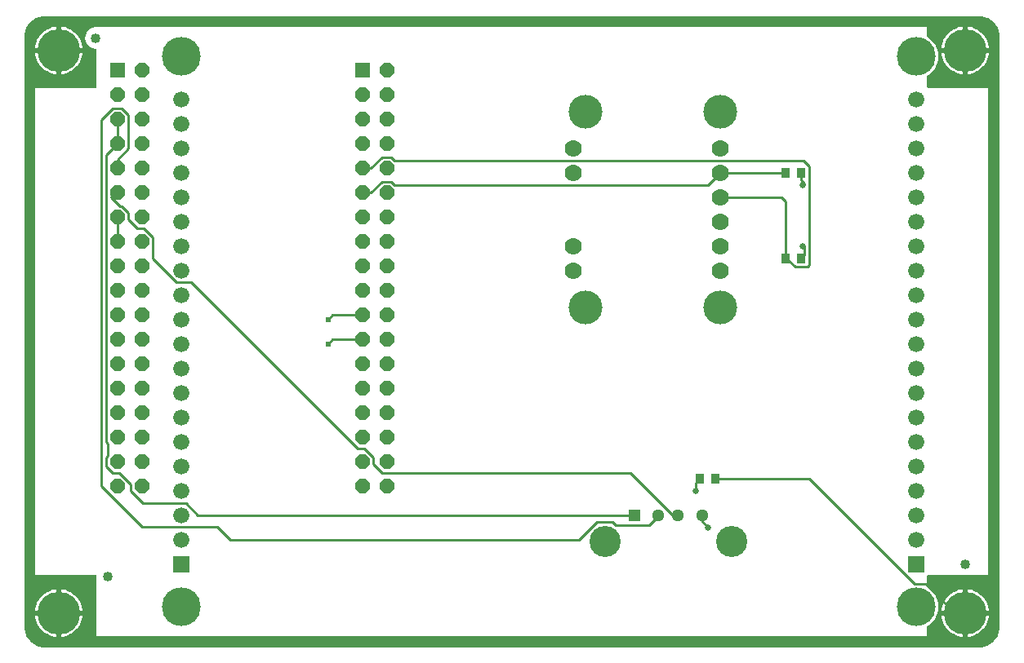
<source format=gbr>
G04 EAGLE Gerber RS-274X export*
G75*
%MOMM*%
%FSLAX34Y34*%
%LPD*%
%INTop Copper*%
%IPPOS*%
%AMOC8*
5,1,8,0,0,1.08239X$1,22.5*%
G01*
%ADD10R,1.524000X1.524000*%
%ADD11P,1.649562X8X292.500000*%
%ADD12R,1.676400X1.676400*%
%ADD13C,1.676400*%
%ADD14C,4.016000*%
%ADD15C,1.778000*%
%ADD16C,3.500000*%
%ADD17R,0.949959X1.031241*%
%ADD18R,1.288000X1.288000*%
%ADD19C,1.288000*%
%ADD20C,3.220000*%
%ADD21C,4.445000*%
%ADD22C,1.016000*%
%ADD23C,0.254000*%
%ADD24C,0.609600*%
%ADD25C,0.654800*%

G36*
X1013454Y620957D02*
X1013454Y620957D01*
X1013456Y621000D01*
X1013434Y621114D01*
X1013419Y621229D01*
X1013403Y621269D01*
X1013395Y621313D01*
X1013368Y621369D01*
X1013454Y622356D01*
X1013454Y622377D01*
X1013459Y622466D01*
X1013459Y623715D01*
X1013464Y623732D01*
X1013470Y623832D01*
X1013473Y623852D01*
X1013472Y623865D01*
X1013474Y623893D01*
X1013474Y626055D01*
X1013463Y626140D01*
X1013462Y626225D01*
X1013435Y626360D01*
X1013434Y626370D01*
X1013432Y626374D01*
X1013431Y626383D01*
X1011666Y632970D01*
X1011612Y633101D01*
X1011563Y633232D01*
X1011550Y633254D01*
X1011545Y633265D01*
X1011534Y633281D01*
X1011479Y633370D01*
X1007568Y638956D01*
X1007473Y639060D01*
X1007382Y639167D01*
X1007362Y639183D01*
X1007354Y639192D01*
X1007338Y639203D01*
X1007256Y639268D01*
X1001670Y643179D01*
X1001545Y643245D01*
X1001423Y643314D01*
X1001399Y643322D01*
X1001389Y643328D01*
X1001369Y643332D01*
X1001270Y643366D01*
X994683Y645131D01*
X994598Y645142D01*
X994515Y645164D01*
X994379Y645172D01*
X994368Y645174D01*
X994364Y645173D01*
X994355Y645174D01*
X992193Y645174D01*
X992094Y645161D01*
X992025Y645159D01*
X990766Y645159D01*
X990745Y645157D01*
X990656Y645154D01*
X989682Y645069D01*
X989682Y645070D01*
X989570Y645098D01*
X989460Y645135D01*
X989416Y645138D01*
X989374Y645149D01*
X989213Y645159D01*
X26787Y645159D01*
X26743Y645154D01*
X26700Y645156D01*
X26586Y645134D01*
X26471Y645119D01*
X26431Y645103D01*
X26387Y645095D01*
X26331Y645068D01*
X25344Y645154D01*
X25323Y645154D01*
X25234Y645159D01*
X23985Y645159D01*
X23968Y645164D01*
X23868Y645170D01*
X23848Y645173D01*
X23835Y645172D01*
X23807Y645174D01*
X21645Y645174D01*
X21560Y645163D01*
X21475Y645162D01*
X21340Y645135D01*
X21330Y645134D01*
X21326Y645132D01*
X21317Y645131D01*
X14730Y643366D01*
X14599Y643312D01*
X14468Y643263D01*
X14446Y643250D01*
X14435Y643245D01*
X14419Y643234D01*
X14330Y643179D01*
X8744Y639268D01*
X8640Y639173D01*
X8533Y639082D01*
X8517Y639062D01*
X8508Y639054D01*
X8497Y639038D01*
X8432Y638956D01*
X4521Y633370D01*
X4455Y633245D01*
X4386Y633123D01*
X4378Y633099D01*
X4372Y633089D01*
X4368Y633069D01*
X4334Y632970D01*
X2569Y626383D01*
X2558Y626298D01*
X2536Y626215D01*
X2528Y626079D01*
X2526Y626068D01*
X2527Y626064D01*
X2526Y626055D01*
X2526Y623893D01*
X2539Y623794D01*
X2541Y623725D01*
X2541Y622466D01*
X2543Y622445D01*
X2546Y622356D01*
X2631Y621382D01*
X2630Y621382D01*
X2602Y621270D01*
X2565Y621160D01*
X2562Y621116D01*
X2551Y621074D01*
X2541Y620913D01*
X2541Y14087D01*
X2546Y14043D01*
X2544Y14000D01*
X2566Y13886D01*
X2581Y13771D01*
X2597Y13731D01*
X2605Y13687D01*
X2632Y13631D01*
X2546Y12644D01*
X2546Y12623D01*
X2541Y12534D01*
X2541Y11285D01*
X2536Y11268D01*
X2530Y11168D01*
X2527Y11148D01*
X2528Y11135D01*
X2526Y11107D01*
X2526Y8945D01*
X2537Y8860D01*
X2538Y8775D01*
X2565Y8640D01*
X2566Y8630D01*
X2568Y8626D01*
X2569Y8617D01*
X4334Y2030D01*
X4388Y1899D01*
X4437Y1768D01*
X4450Y1746D01*
X4455Y1735D01*
X4466Y1719D01*
X4521Y1630D01*
X8432Y-3956D01*
X8527Y-4060D01*
X8618Y-4167D01*
X8638Y-4183D01*
X8646Y-4192D01*
X8662Y-4203D01*
X8744Y-4268D01*
X14330Y-8179D01*
X14455Y-8245D01*
X14577Y-8314D01*
X14601Y-8322D01*
X14611Y-8328D01*
X14631Y-8332D01*
X14730Y-8366D01*
X21317Y-10131D01*
X21402Y-10142D01*
X21485Y-10164D01*
X21621Y-10172D01*
X21632Y-10174D01*
X21636Y-10173D01*
X21645Y-10174D01*
X23807Y-10174D01*
X23906Y-10161D01*
X23970Y-10159D01*
X25234Y-10159D01*
X25255Y-10157D01*
X25344Y-10154D01*
X26318Y-10069D01*
X26318Y-10070D01*
X26430Y-10098D01*
X26540Y-10135D01*
X26584Y-10138D01*
X26626Y-10149D01*
X26787Y-10159D01*
X989213Y-10159D01*
X989257Y-10154D01*
X989300Y-10156D01*
X989414Y-10134D01*
X989529Y-10119D01*
X989569Y-10103D01*
X989613Y-10095D01*
X989669Y-10068D01*
X990656Y-10154D01*
X990677Y-10154D01*
X990766Y-10159D01*
X992015Y-10159D01*
X992032Y-10164D01*
X992131Y-10170D01*
X992151Y-10173D01*
X992164Y-10172D01*
X992193Y-10174D01*
X994355Y-10174D01*
X994440Y-10163D01*
X994525Y-10162D01*
X994660Y-10135D01*
X994670Y-10134D01*
X994674Y-10132D01*
X994683Y-10131D01*
X1001270Y-8366D01*
X1001401Y-8312D01*
X1001532Y-8263D01*
X1001554Y-8250D01*
X1001565Y-8245D01*
X1001581Y-8234D01*
X1001670Y-8179D01*
X1007256Y-4268D01*
X1007360Y-4173D01*
X1007467Y-4082D01*
X1007483Y-4062D01*
X1007492Y-4054D01*
X1007503Y-4038D01*
X1007568Y-3956D01*
X1011479Y1630D01*
X1011545Y1754D01*
X1011614Y1877D01*
X1011622Y1901D01*
X1011628Y1911D01*
X1011632Y1931D01*
X1011666Y2030D01*
X1013431Y8617D01*
X1013442Y8702D01*
X1013464Y8784D01*
X1013472Y8921D01*
X1013474Y8932D01*
X1013473Y8936D01*
X1013474Y8945D01*
X1013474Y11107D01*
X1013461Y11206D01*
X1013459Y11275D01*
X1013459Y12534D01*
X1013457Y12555D01*
X1013454Y12644D01*
X1013369Y13618D01*
X1013370Y13618D01*
X1013398Y13730D01*
X1013435Y13840D01*
X1013438Y13884D01*
X1013449Y13926D01*
X1013459Y14087D01*
X1013459Y620913D01*
X1013454Y620957D01*
G37*
%LPC*%
G36*
X76200Y570231D02*
X76200Y570231D01*
X76318Y570246D01*
X76437Y570253D01*
X76475Y570266D01*
X76516Y570271D01*
X76626Y570314D01*
X76739Y570351D01*
X76774Y570373D01*
X76811Y570388D01*
X76907Y570458D01*
X77008Y570521D01*
X77036Y570551D01*
X77069Y570574D01*
X77145Y570666D01*
X77226Y570753D01*
X77246Y570788D01*
X77271Y570819D01*
X77322Y570927D01*
X77380Y571031D01*
X77390Y571071D01*
X77407Y571107D01*
X77429Y571224D01*
X77459Y571339D01*
X77463Y571400D01*
X77467Y571420D01*
X77465Y571440D01*
X77469Y571500D01*
X77469Y609922D01*
X77455Y610034D01*
X77449Y610146D01*
X77447Y610152D01*
X77447Y610159D01*
X77434Y610198D01*
X77429Y610238D01*
X77388Y610343D01*
X77355Y610450D01*
X77351Y610455D01*
X77349Y610462D01*
X77327Y610496D01*
X77312Y610534D01*
X77246Y610625D01*
X77187Y610720D01*
X77182Y610725D01*
X77179Y610730D01*
X77149Y610758D01*
X77126Y610791D01*
X77039Y610863D01*
X76958Y610940D01*
X76952Y610944D01*
X76947Y610948D01*
X76912Y610968D01*
X76881Y610994D01*
X76779Y611042D01*
X76681Y611097D01*
X76672Y611100D01*
X76669Y611102D01*
X76658Y611105D01*
X76612Y611120D01*
X76593Y611129D01*
X76575Y611133D01*
X76528Y611148D01*
X70668Y612719D01*
X66619Y616768D01*
X65136Y622300D01*
X66619Y627832D01*
X70668Y631881D01*
X76528Y633452D01*
X76632Y633494D01*
X76739Y633529D01*
X76774Y633550D01*
X76811Y633565D01*
X76817Y633569D01*
X76823Y633572D01*
X76913Y633639D01*
X77008Y633699D01*
X77036Y633728D01*
X77039Y633731D01*
X938531Y633731D01*
X938531Y623848D01*
X938534Y623818D01*
X938532Y623789D01*
X938554Y623661D01*
X938571Y623532D01*
X938581Y623505D01*
X938587Y623476D01*
X938640Y623357D01*
X938688Y623237D01*
X938705Y623213D01*
X938717Y623186D01*
X938798Y623084D01*
X938874Y622979D01*
X938897Y622960D01*
X938916Y622937D01*
X939019Y622859D01*
X939119Y622776D01*
X939146Y622764D01*
X939170Y622746D01*
X939314Y622675D01*
X939914Y622427D01*
X946277Y616064D01*
X949721Y607750D01*
X949721Y598750D01*
X946277Y590436D01*
X939914Y584073D01*
X939314Y583825D01*
X939289Y583810D01*
X939261Y583801D01*
X939151Y583732D01*
X939038Y583667D01*
X939017Y583647D01*
X938992Y583631D01*
X938903Y583536D01*
X938810Y583446D01*
X938794Y583421D01*
X938774Y583399D01*
X938711Y583286D01*
X938643Y583175D01*
X938635Y583147D01*
X938620Y583121D01*
X938588Y582995D01*
X938550Y582871D01*
X938548Y582841D01*
X938541Y582813D01*
X938531Y582652D01*
X938531Y571500D01*
X938546Y571382D01*
X938553Y571263D01*
X938566Y571225D01*
X938571Y571184D01*
X938614Y571074D01*
X938651Y570961D01*
X938673Y570926D01*
X938688Y570889D01*
X938758Y570793D01*
X938821Y570692D01*
X938851Y570664D01*
X938874Y570631D01*
X938966Y570556D01*
X939053Y570474D01*
X939088Y570454D01*
X939119Y570429D01*
X939227Y570378D01*
X939331Y570320D01*
X939371Y570310D01*
X939407Y570293D01*
X939524Y570271D01*
X939639Y570241D01*
X939700Y570237D01*
X939720Y570233D01*
X939740Y570235D01*
X939800Y570231D01*
X1002031Y570231D01*
X1002031Y64769D01*
X939800Y64769D01*
X939682Y64754D01*
X939563Y64747D01*
X939525Y64734D01*
X939484Y64729D01*
X939374Y64686D01*
X939261Y64649D01*
X939226Y64627D01*
X939189Y64612D01*
X939093Y64543D01*
X938992Y64479D01*
X938964Y64449D01*
X938931Y64426D01*
X938856Y64334D01*
X938774Y64247D01*
X938754Y64212D01*
X938729Y64181D01*
X938678Y64073D01*
X938620Y63969D01*
X938610Y63929D01*
X938593Y63893D01*
X938571Y63776D01*
X938541Y63661D01*
X938537Y63601D01*
X938533Y63581D01*
X938535Y63560D01*
X938531Y63500D01*
X938531Y52348D01*
X938534Y52318D01*
X938532Y52289D01*
X938554Y52161D01*
X938571Y52032D01*
X938581Y52005D01*
X938587Y51976D01*
X938640Y51857D01*
X938688Y51737D01*
X938705Y51713D01*
X938717Y51686D01*
X938798Y51584D01*
X938874Y51479D01*
X938897Y51460D01*
X938916Y51437D01*
X939019Y51359D01*
X939119Y51276D01*
X939146Y51264D01*
X939170Y51246D01*
X939314Y51175D01*
X939914Y50927D01*
X946277Y44564D01*
X949721Y36250D01*
X949721Y27250D01*
X946277Y18936D01*
X939914Y12573D01*
X939314Y12325D01*
X939289Y12310D01*
X939261Y12301D01*
X939151Y12232D01*
X939038Y12167D01*
X939017Y12147D01*
X938992Y12131D01*
X938903Y12036D01*
X938810Y11946D01*
X938794Y11921D01*
X938774Y11899D01*
X938711Y11786D01*
X938643Y11675D01*
X938635Y11647D01*
X938620Y11621D01*
X938588Y11495D01*
X938550Y11371D01*
X938548Y11341D01*
X938541Y11313D01*
X938531Y11152D01*
X938531Y1269D01*
X77469Y1269D01*
X77469Y63500D01*
X77454Y63618D01*
X77447Y63737D01*
X77434Y63775D01*
X77429Y63816D01*
X77386Y63926D01*
X77349Y64039D01*
X77327Y64074D01*
X77312Y64111D01*
X77243Y64207D01*
X77179Y64308D01*
X77149Y64336D01*
X77126Y64369D01*
X77034Y64445D01*
X76947Y64526D01*
X76912Y64546D01*
X76881Y64571D01*
X76773Y64622D01*
X76669Y64680D01*
X76629Y64690D01*
X76593Y64707D01*
X76476Y64729D01*
X76361Y64759D01*
X76301Y64763D01*
X76281Y64767D01*
X76260Y64765D01*
X76200Y64769D01*
X13969Y64769D01*
X13969Y570231D01*
X76200Y570231D01*
G37*
%LPD*%
%LPC*%
G36*
X980439Y612139D02*
X980439Y612139D01*
X980439Y634236D01*
X982055Y634054D01*
X984767Y633435D01*
X987392Y632517D01*
X989899Y631310D01*
X992254Y629830D01*
X994429Y628095D01*
X996395Y626129D01*
X998130Y623954D01*
X999610Y621599D01*
X1000817Y619092D01*
X1001735Y616467D01*
X1002354Y613755D01*
X1002536Y612139D01*
X980439Y612139D01*
G37*
%LPD*%
%LPC*%
G36*
X40639Y612139D02*
X40639Y612139D01*
X40639Y634236D01*
X42255Y634054D01*
X44967Y633435D01*
X47592Y632517D01*
X50099Y631310D01*
X52454Y629830D01*
X54629Y628095D01*
X56595Y626129D01*
X58330Y623954D01*
X59810Y621599D01*
X61017Y619092D01*
X61935Y616467D01*
X62554Y613755D01*
X62736Y612139D01*
X40639Y612139D01*
G37*
%LPD*%
%LPC*%
G36*
X980439Y27939D02*
X980439Y27939D01*
X980439Y50036D01*
X982055Y49854D01*
X984767Y49235D01*
X987392Y48317D01*
X989899Y47110D01*
X992254Y45630D01*
X994429Y43895D01*
X996395Y41929D01*
X998130Y39754D01*
X999610Y37399D01*
X1000817Y34892D01*
X1001735Y32267D01*
X1002354Y29555D01*
X1002536Y27939D01*
X980439Y27939D01*
G37*
%LPD*%
%LPC*%
G36*
X40639Y27939D02*
X40639Y27939D01*
X40639Y50036D01*
X42255Y49854D01*
X44967Y49235D01*
X47592Y48317D01*
X50099Y47110D01*
X52454Y45630D01*
X54629Y43895D01*
X56595Y41929D01*
X58330Y39754D01*
X59810Y37399D01*
X61017Y34892D01*
X61935Y32267D01*
X62554Y29555D01*
X62736Y27939D01*
X40639Y27939D01*
G37*
%LPD*%
%LPC*%
G36*
X953264Y612139D02*
X953264Y612139D01*
X953446Y613755D01*
X954065Y616467D01*
X954983Y619092D01*
X956190Y621599D01*
X957670Y623954D01*
X959405Y626129D01*
X961371Y628095D01*
X963546Y629830D01*
X965901Y631310D01*
X968408Y632517D01*
X971033Y633435D01*
X973745Y634054D01*
X975361Y634236D01*
X975361Y612139D01*
X953264Y612139D01*
G37*
%LPD*%
%LPC*%
G36*
X13464Y612139D02*
X13464Y612139D01*
X13646Y613755D01*
X14265Y616467D01*
X15183Y619092D01*
X16390Y621599D01*
X17870Y623954D01*
X19605Y626129D01*
X21571Y628095D01*
X23746Y629830D01*
X26101Y631310D01*
X28608Y632517D01*
X31233Y633435D01*
X33945Y634054D01*
X35561Y634236D01*
X35561Y612139D01*
X13464Y612139D01*
G37*
%LPD*%
%LPC*%
G36*
X980439Y607061D02*
X980439Y607061D01*
X1002536Y607061D01*
X1002354Y605445D01*
X1001735Y602733D01*
X1000817Y600108D01*
X999610Y597601D01*
X998130Y595246D01*
X996395Y593071D01*
X994429Y591105D01*
X992254Y589370D01*
X989899Y587890D01*
X987392Y586683D01*
X984767Y585765D01*
X982055Y585146D01*
X980439Y584964D01*
X980439Y607061D01*
G37*
%LPD*%
%LPC*%
G36*
X40639Y607061D02*
X40639Y607061D01*
X62736Y607061D01*
X62554Y605445D01*
X61935Y602733D01*
X61017Y600108D01*
X59810Y597601D01*
X58330Y595246D01*
X56595Y593071D01*
X54629Y591105D01*
X52454Y589370D01*
X50099Y587890D01*
X47592Y586683D01*
X44967Y585765D01*
X42255Y585146D01*
X40639Y584964D01*
X40639Y607061D01*
G37*
%LPD*%
%LPC*%
G36*
X953264Y27939D02*
X953264Y27939D01*
X953446Y29555D01*
X954065Y32267D01*
X954983Y34892D01*
X956190Y37399D01*
X957670Y39754D01*
X959405Y41929D01*
X961371Y43895D01*
X963546Y45630D01*
X965901Y47110D01*
X968408Y48317D01*
X971033Y49235D01*
X973745Y49854D01*
X975361Y50036D01*
X975361Y27939D01*
X953264Y27939D01*
G37*
%LPD*%
%LPC*%
G36*
X13464Y27939D02*
X13464Y27939D01*
X13646Y29555D01*
X14265Y32267D01*
X15183Y34892D01*
X16390Y37399D01*
X17870Y39754D01*
X19605Y41929D01*
X21571Y43895D01*
X23746Y45630D01*
X26101Y47110D01*
X28608Y48317D01*
X31233Y49235D01*
X33945Y49854D01*
X35561Y50036D01*
X35561Y27939D01*
X13464Y27939D01*
G37*
%LPD*%
%LPC*%
G36*
X980439Y22861D02*
X980439Y22861D01*
X1002536Y22861D01*
X1002354Y21245D01*
X1001735Y18533D01*
X1000817Y15908D01*
X999610Y13401D01*
X998130Y11046D01*
X996395Y8871D01*
X994429Y6905D01*
X992254Y5170D01*
X989899Y3690D01*
X987392Y2483D01*
X984767Y1565D01*
X982055Y946D01*
X980439Y764D01*
X980439Y22861D01*
G37*
%LPD*%
%LPC*%
G36*
X40639Y22861D02*
X40639Y22861D01*
X62736Y22861D01*
X62554Y21245D01*
X61935Y18533D01*
X61017Y15908D01*
X59810Y13401D01*
X58330Y11046D01*
X56595Y8871D01*
X54629Y6905D01*
X52454Y5170D01*
X50099Y3690D01*
X47592Y2483D01*
X44967Y1565D01*
X42255Y946D01*
X40639Y764D01*
X40639Y22861D01*
G37*
%LPD*%
%LPC*%
G36*
X973745Y585146D02*
X973745Y585146D01*
X971033Y585765D01*
X968408Y586683D01*
X965901Y587890D01*
X963546Y589370D01*
X961371Y591105D01*
X959405Y593071D01*
X957670Y595246D01*
X956190Y597601D01*
X954983Y600108D01*
X954065Y602733D01*
X953446Y605445D01*
X953264Y607061D01*
X975361Y607061D01*
X975361Y584964D01*
X973745Y585146D01*
G37*
%LPD*%
%LPC*%
G36*
X33945Y585146D02*
X33945Y585146D01*
X31233Y585765D01*
X28608Y586683D01*
X26101Y587890D01*
X23746Y589370D01*
X21571Y591105D01*
X19605Y593071D01*
X17870Y595246D01*
X16390Y597601D01*
X15183Y600108D01*
X14265Y602733D01*
X13646Y605445D01*
X13464Y607061D01*
X35561Y607061D01*
X35561Y584964D01*
X33945Y585146D01*
G37*
%LPD*%
%LPC*%
G36*
X33945Y946D02*
X33945Y946D01*
X31233Y1565D01*
X28608Y2483D01*
X26101Y3690D01*
X23746Y5170D01*
X21571Y6905D01*
X19605Y8871D01*
X17870Y11046D01*
X16390Y13401D01*
X15183Y15908D01*
X14265Y18533D01*
X13646Y21245D01*
X13464Y22861D01*
X35561Y22861D01*
X35561Y764D01*
X33945Y946D01*
G37*
%LPD*%
%LPC*%
G36*
X973745Y946D02*
X973745Y946D01*
X971033Y1565D01*
X968408Y2483D01*
X965901Y3690D01*
X963546Y5170D01*
X961371Y6905D01*
X959405Y8871D01*
X957670Y11046D01*
X956190Y13401D01*
X954983Y15908D01*
X954065Y18533D01*
X953446Y21245D01*
X953264Y22861D01*
X975361Y22861D01*
X975361Y764D01*
X973745Y946D01*
G37*
%LPD*%
%LPC*%
G36*
X38099Y609599D02*
X38099Y609599D01*
X38099Y609601D01*
X38101Y609601D01*
X38101Y609599D01*
X38099Y609599D01*
G37*
%LPD*%
%LPC*%
G36*
X977899Y609599D02*
X977899Y609599D01*
X977899Y609601D01*
X977901Y609601D01*
X977901Y609599D01*
X977899Y609599D01*
G37*
%LPD*%
%LPC*%
G36*
X38099Y25399D02*
X38099Y25399D01*
X38099Y25401D01*
X38101Y25401D01*
X38101Y25399D01*
X38099Y25399D01*
G37*
%LPD*%
%LPC*%
G36*
X977899Y25399D02*
X977899Y25399D01*
X977899Y25401D01*
X977901Y25401D01*
X977901Y25399D01*
X977899Y25399D01*
G37*
%LPD*%
D10*
X98800Y588600D03*
D11*
X124200Y588600D03*
X98800Y563200D03*
X124200Y563200D03*
X98800Y537800D03*
X124200Y537800D03*
X98800Y512400D03*
X124200Y512400D03*
X98800Y487000D03*
X124200Y487000D03*
X98800Y461600D03*
X124200Y461600D03*
X98800Y436200D03*
X124200Y436200D03*
X98800Y410800D03*
X124200Y410800D03*
X98800Y385400D03*
X124200Y385400D03*
X98800Y360000D03*
X124200Y360000D03*
X98800Y334600D03*
X124200Y334600D03*
X98800Y309200D03*
X124200Y309200D03*
X98800Y283800D03*
X124200Y283800D03*
X98800Y258400D03*
X124200Y258400D03*
X98800Y233000D03*
X124200Y233000D03*
X98800Y207600D03*
X124200Y207600D03*
X98800Y182200D03*
X124200Y182200D03*
X98800Y156800D03*
X124200Y156800D03*
D10*
X352800Y588600D03*
D11*
X378200Y588600D03*
X352800Y563200D03*
X378200Y563200D03*
X352800Y537800D03*
X378200Y537800D03*
X352800Y512400D03*
X378200Y512400D03*
X352800Y487000D03*
X378200Y487000D03*
X352800Y461600D03*
X378200Y461600D03*
X352800Y436200D03*
X378200Y436200D03*
X352800Y410800D03*
X378200Y410800D03*
X352800Y385400D03*
X378200Y385400D03*
X352800Y360000D03*
X378200Y360000D03*
X352800Y334600D03*
X378200Y334600D03*
X352800Y309200D03*
X378200Y309200D03*
X352800Y283800D03*
X378200Y283800D03*
X352800Y258400D03*
X378200Y258400D03*
X352800Y233000D03*
X378200Y233000D03*
X352800Y207600D03*
X378200Y207600D03*
X352800Y182200D03*
X378200Y182200D03*
X352800Y156800D03*
X378200Y156800D03*
D12*
X927100Y76200D03*
D13*
X927100Y533400D03*
X927100Y508000D03*
X927100Y482600D03*
X927100Y457200D03*
X927100Y431800D03*
X927100Y406400D03*
X927100Y381000D03*
X927100Y355600D03*
X927100Y330200D03*
X927100Y304800D03*
X927100Y279400D03*
X927100Y254000D03*
X927100Y228600D03*
X927100Y203200D03*
X927100Y177800D03*
X927100Y152400D03*
X927100Y127000D03*
X927100Y101600D03*
X927100Y558800D03*
D12*
X165100Y76200D03*
D13*
X165100Y127000D03*
X165100Y152400D03*
X165100Y177800D03*
X165100Y203200D03*
X165100Y228600D03*
X165100Y254000D03*
X165100Y279400D03*
X165100Y304800D03*
X165100Y330200D03*
X165100Y355600D03*
X165100Y381000D03*
X165100Y406400D03*
X165100Y431800D03*
X165100Y457200D03*
X165100Y482600D03*
X165100Y508000D03*
X165100Y533400D03*
X165100Y101600D03*
X165100Y558800D03*
D14*
X165100Y31750D03*
X165100Y603250D03*
X927100Y31750D03*
X927100Y603250D03*
D15*
X723900Y381000D03*
X723900Y406400D03*
X723900Y431800D03*
X723900Y457200D03*
X723900Y482600D03*
X723900Y508000D03*
X571500Y508000D03*
X571500Y482600D03*
X571500Y381000D03*
X571500Y406400D03*
D16*
X584200Y342900D03*
X584200Y546100D03*
X723900Y342900D03*
X723900Y546100D03*
D17*
X792099Y393700D03*
X808101Y393700D03*
X792099Y482600D03*
X808101Y482600D03*
D18*
X635000Y127000D03*
D19*
X660000Y127000D03*
X680000Y127000D03*
X705000Y127000D03*
D20*
X604300Y99900D03*
X735700Y99900D03*
D21*
X38100Y25400D03*
X38100Y609600D03*
X977900Y609600D03*
X977900Y25400D03*
D22*
X977900Y76200D03*
X76200Y622300D03*
X88900Y63500D03*
D17*
X703199Y165100D03*
X719201Y165100D03*
D23*
X352800Y309200D02*
X321900Y309200D01*
X317500Y304800D01*
D24*
X317500Y304800D03*
D23*
X808101Y474599D02*
X808101Y482600D01*
X808101Y474599D02*
X811581Y471119D01*
X811581Y469900D01*
X809577Y469900D01*
D25*
X809577Y469900D03*
D23*
X811581Y397180D02*
X808101Y393700D01*
X811581Y397180D02*
X811581Y406400D01*
X809577Y406400D01*
D25*
X809577Y406400D03*
D23*
X352800Y334600D02*
X321900Y334600D01*
X317500Y330200D01*
D24*
X317500Y330200D03*
D23*
X98800Y410800D02*
X98800Y436200D01*
X705000Y127000D02*
X705000Y120500D01*
X711200Y114300D01*
D25*
X711200Y114300D03*
D23*
X698500Y160401D02*
X703199Y165100D01*
X698500Y160401D02*
X698500Y152400D01*
D25*
X698500Y152400D03*
D23*
X98800Y512400D02*
X98800Y537800D01*
X87370Y202866D02*
X88900Y201336D01*
X87370Y500970D02*
X98800Y512400D01*
X87370Y500970D02*
X87370Y202866D01*
X87370Y186935D02*
X87370Y177466D01*
X94066Y170770D01*
X87370Y186935D02*
X88900Y188465D01*
X182342Y127000D02*
X635000Y127000D01*
X182342Y127000D02*
X170150Y139192D01*
X100995Y170770D02*
X94066Y170770D01*
X100995Y170770D02*
X112770Y158995D01*
X112770Y152066D01*
X125644Y139192D01*
X170150Y139192D01*
X88900Y188465D02*
X88900Y201336D01*
X110230Y542535D02*
X103535Y549230D01*
X94066Y549230D01*
X202692Y114808D02*
X215900Y101600D01*
X110230Y507666D02*
X110230Y542535D01*
X94066Y549230D02*
X82290Y537455D01*
X82290Y157146D01*
X124628Y114808D01*
X202692Y114808D01*
X98800Y487000D02*
X98800Y496236D01*
X110230Y507666D01*
X596053Y119810D02*
X612547Y119810D01*
X577843Y101600D02*
X215900Y101600D01*
X577843Y101600D02*
X596053Y119810D01*
X612547Y119810D02*
X615607Y116750D01*
X650150Y116750D01*
X660400Y127000D01*
X660000Y127000D01*
X110230Y440935D02*
X103535Y447630D01*
X674496Y127000D02*
X680000Y127000D01*
X175428Y368808D02*
X160050Y368808D01*
X103535Y447630D02*
X102020Y447630D01*
X92450Y457200D01*
X175428Y368808D02*
X348066Y196170D01*
X364230Y180006D02*
X373466Y170770D01*
X364230Y180006D02*
X364230Y186935D01*
X354995Y196170D01*
X348066Y196170D01*
X160050Y368808D02*
X135630Y393228D01*
X135630Y415535D01*
X126395Y424770D01*
X119466Y424770D01*
X110230Y434006D01*
X110230Y440935D01*
X630726Y170770D02*
X674496Y127000D01*
X630726Y170770D02*
X373466Y170770D01*
X92450Y457200D02*
X96850Y461600D01*
X98800Y461600D01*
X723900Y482600D02*
X792099Y482600D01*
X382935Y473030D02*
X373466Y473030D01*
X362036Y461600D02*
X352800Y461600D01*
X362036Y461600D02*
X373466Y473030D01*
X382935Y473030D02*
X386065Y469900D01*
X711200Y469900D01*
X723900Y482600D01*
X787400Y457200D02*
X792099Y452501D01*
X792099Y393700D01*
X787400Y457200D02*
X723900Y457200D01*
X382935Y498430D02*
X373466Y498430D01*
X362036Y487000D02*
X352800Y487000D01*
X362036Y487000D02*
X373466Y498430D01*
X382935Y498430D02*
X386065Y495300D01*
X810695Y495300D01*
X816661Y489334D01*
X816661Y386966D02*
X814429Y384734D01*
X801773Y384734D01*
X792807Y393700D02*
X792099Y393700D01*
X792807Y393700D02*
X801773Y384734D01*
X816661Y386966D02*
X816661Y489334D01*
X816048Y165100D02*
X719201Y165100D01*
X816048Y165100D02*
X925508Y55640D01*
X936996Y55640D01*
X967236Y25400D02*
X977900Y25400D01*
X967236Y25400D02*
X936996Y55640D01*
M02*

</source>
